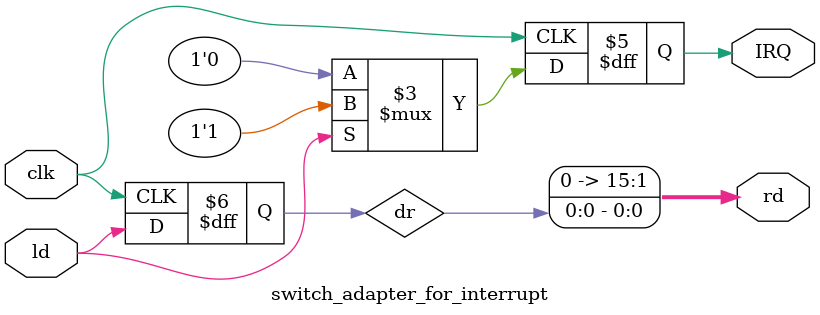
<source format=sv>
module switch_adapter_for_interrupt(
input logic clk,
input logic ld,
output logic IRQ,
output logic [15:0] rd
);

logic dr;

always_ff @(posedge clk)
begin
	dr <= ld;
	
	if(ld)
		IRQ <= 1;
	else
		IRQ <= 0;
end

assign rd = {15'b0, dr};

endmodule
</source>
